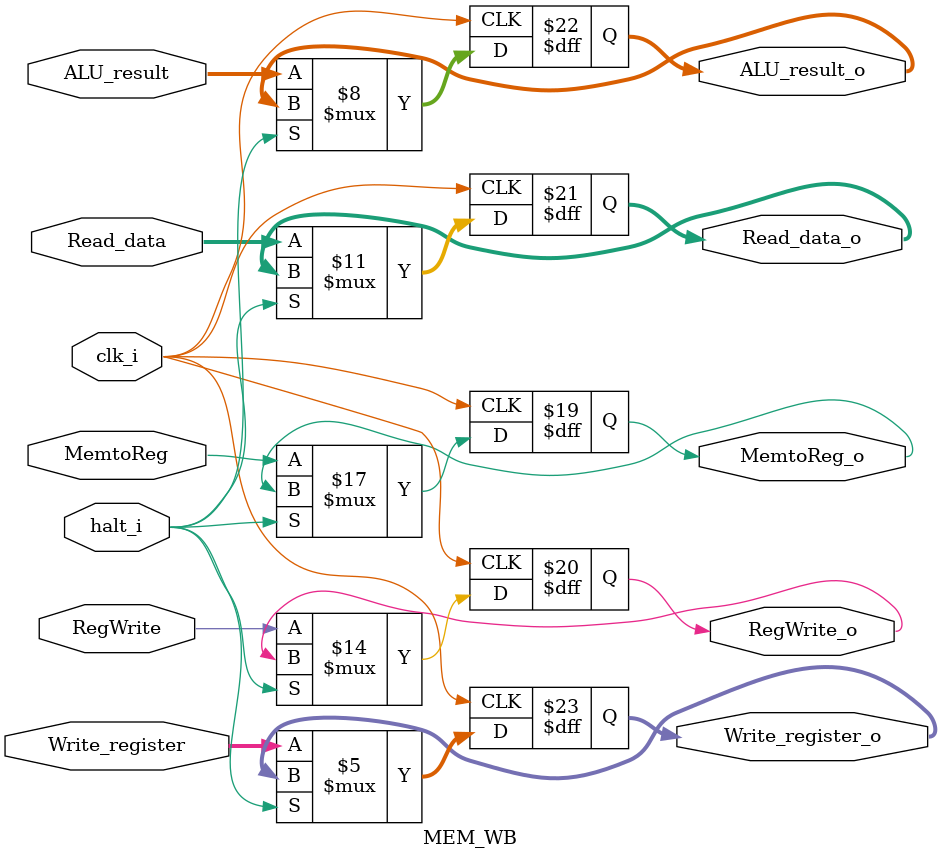
<source format=v>
module MEM_WB(
	input clk_i,
	// MEM (Memory Stage)
	input MemtoReg,
	input RegWrite,
	//
	input [31:0] Read_data,
	input [31:0] ALU_result,
	input [4:0] Write_register,
	// MEM (Memory Stage)
	output reg MemtoReg_o,
	output reg RegWrite_o,
	//
	output reg [31:0] Read_data_o, //MUX32_data
	output reg [31:0] ALU_result_o, //MUX32_addr
	output reg [4:0] Write_register_o,
	input halt_i
);
initial begin
#1
	MemtoReg_o <= 0;
	RegWrite_o <= 0;
	Read_data_o <= 0;
	ALU_result_o <= 0;
	Write_register_o <= 0;
end
always @(posedge clk_i) begin
	if (~halt_i) begin
		MemtoReg_o <= MemtoReg;
		RegWrite_o <= RegWrite;
		Read_data_o <= Read_data;
		ALU_result_o <= ALU_result;
		Write_register_o <= Write_register;
	end
	else begin
		MemtoReg_o <= MemtoReg_o;
		RegWrite_o <= RegWrite_o;
		Read_data_o <= Read_data_o;
		ALU_result_o <= ALU_result_o;
		Write_register_o <= Write_register_o;
	end
	
end
endmodule
</source>
